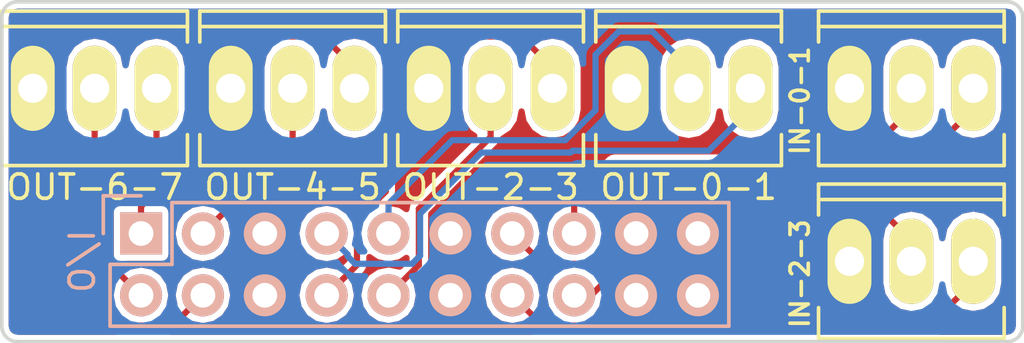
<source format=kicad_pcb>
(kicad_pcb (version 4) (host pcbnew 4.0.7)

  (general
    (links 25)
    (no_connects 0)
    (area 117.145999 76.124999 159.460001 93.077)
    (thickness 1.6)
    (drawings 8)
    (tracks 80)
    (zones 0)
    (modules 7)
    (nets 14)
  )

  (page A4)
  (layers
    (0 F.Cu signal)
    (31 B.Cu signal)
    (32 B.Adhes user)
    (34 B.Paste user)
    (35 F.Paste user)
    (36 B.SilkS user)
    (37 F.SilkS user)
    (38 B.Mask user)
    (39 F.Mask user)
    (44 Edge.Cuts user)
  )

  (setup
    (last_trace_width 0.254)
    (user_trace_width 0.254)
    (user_trace_width 1.27)
    (trace_clearance 0.254)
    (zone_clearance 0.2032)
    (zone_45_only no)
    (trace_min 0.254)
    (segment_width 0.2)
    (edge_width 0.15)
    (via_size 0.889)
    (via_drill 0.508)
    (via_min_size 0.889)
    (via_min_drill 0.508)
    (uvia_size 0.3)
    (uvia_drill 0.1)
    (uvias_allowed no)
    (uvia_min_size 0.2)
    (uvia_min_drill 0.1)
    (pcb_text_width 0.3)
    (pcb_text_size 1.5 1.5)
    (mod_edge_width 0.15)
    (mod_text_size 1 1)
    (mod_text_width 0.15)
    (pad_size 1.524 1.524)
    (pad_drill 0.762)
    (pad_to_mask_clearance 0)
    (pad_to_paste_clearance 0.0762)
    (aux_axis_origin 117.475 90.17)
    (grid_origin 117.475 90.17)
    (visible_elements 7FFFEFFF)
    (pcbplotparams
      (layerselection 0x010f0_80000001)
      (usegerberextensions true)
      (excludeedgelayer true)
      (linewidth 0.100000)
      (plotframeref false)
      (viasonmask false)
      (mode 1)
      (useauxorigin false)
      (hpglpennumber 1)
      (hpglpenspeed 20)
      (hpglpendiameter 15)
      (hpglpenoverlay 2)
      (psnegative false)
      (psa4output false)
      (plotreference true)
      (plotvalue false)
      (plotinvisibletext false)
      (padsonsilk false)
      (subtractmaskfromsilk false)
      (outputformat 1)
      (mirror false)
      (drillshape 0)
      (scaleselection 1)
      (outputdirectory GerberRev-C-3))
  )

  (net 0 "")
  (net 1 GND)
  (net 2 "Net-(OUT-4-5-Pad3)")
  (net 3 "Net-(OUT-6-7-Pad3)")
  (net 4 "Net-(OUT-4-5-Pad2)")
  (net 5 "Net-(OUT-6-7-Pad2)")
  (net 6 "Net-(OUT-0-1-Pad3)")
  (net 7 "Net-(OUT-2-3-Pad3)")
  (net 8 "Net-(OUT-0-1-Pad2)")
  (net 9 "Net-(OUT-2-3-Pad2)")
  (net 10 "Net-(IN-0-1-Pad3)")
  (net 11 "Net-(IN-2-3-Pad3)")
  (net 12 "Net-(IN-0-1-Pad2)")
  (net 13 "Net-(IN-2-3-Pad2)")

  (net_class Default "This is the default net class."
    (clearance 0.254)
    (trace_width 0.254)
    (via_dia 0.889)
    (via_drill 0.508)
    (uvia_dia 0.3)
    (uvia_drill 0.1)
    (add_net GND)
    (add_net "Net-(IN-0-1-Pad2)")
    (add_net "Net-(IN-0-1-Pad3)")
    (add_net "Net-(IN-2-3-Pad2)")
    (add_net "Net-(IN-2-3-Pad3)")
    (add_net "Net-(OUT-0-1-Pad2)")
    (add_net "Net-(OUT-0-1-Pad3)")
    (add_net "Net-(OUT-2-3-Pad2)")
    (add_net "Net-(OUT-2-3-Pad3)")
    (add_net "Net-(OUT-4-5-Pad2)")
    (add_net "Net-(OUT-4-5-Pad3)")
    (add_net "Net-(OUT-6-7-Pad2)")
    (add_net "Net-(OUT-6-7-Pad3)")
  )

  (module Sockets_MOLEX_KK-System:Socket_MOLEX-KK-RM2-54mm_Lock_3pin_straight (layer F.Cu) (tedit 5A37EF92) (tstamp 59805A8A)
    (at 154.813 79.756)
    (descr "Socket, MOLEX, KK, RM 2.54mm, Lock, 3pin, straight,")
    (tags "Socket, MOLEX, KK, RM 2.54mm, Lock, 3pin, straight,")
    (path /596C9EF9)
    (fp_text reference IN-0-1 (at -4.572 0.508 90) (layer F.SilkS)
      (effects (font (size 0.75 0.75) (thickness 0.15)))
    )
    (fp_text value ~ (at 0 5.08) (layer F.Fab)
      (effects (font (size 1 1) (thickness 0.15)))
    )
    (fp_line (start 3.81 -2.54) (end -3.81 -2.54) (layer F.SilkS) (width 0.15))
    (fp_line (start 3.81 1.905) (end 3.81 3.175) (layer F.SilkS) (width 0.15))
    (fp_line (start -3.81 -1.905) (end -3.81 -3.175) (layer F.SilkS) (width 0.15))
    (fp_line (start -3.81 -3.175) (end 3.81 -3.175) (layer F.SilkS) (width 0.15))
    (fp_line (start 3.81 -3.175) (end 3.81 -1.905) (layer F.SilkS) (width 0.15))
    (fp_line (start 3.81 3.175) (end -3.81 3.175) (layer F.SilkS) (width 0.15))
    (fp_line (start -3.81 3.175) (end -3.81 1.905) (layer F.SilkS) (width 0.15))
    (pad 1 thru_hole oval (at -2.54 0) (size 1.80086 3.50012) (drill 1.19888) (layers *.Cu *.Mask F.SilkS)
      (net 1 GND))
    (pad 2 thru_hole oval (at 0 0) (size 1.80086 3.50012) (drill 1.19888) (layers *.Cu *.Mask F.SilkS)
      (net 12 "Net-(IN-0-1-Pad2)"))
    (pad 3 thru_hole oval (at 2.54 0) (size 1.80086 3.50012) (drill 1.19888) (layers *.Cu *.Mask F.SilkS)
      (net 10 "Net-(IN-0-1-Pad3)"))
  )

  (module Sockets_MOLEX_KK-System:Socket_MOLEX-KK-RM2-54mm_Lock_3pin_straight (layer F.Cu) (tedit 5A37ED90) (tstamp 59805A98)
    (at 154.813 86.868)
    (descr "Socket, MOLEX, KK, RM 2.54mm, Lock, 3pin, straight,")
    (tags "Socket, MOLEX, KK, RM 2.54mm, Lock, 3pin, straight,")
    (path /596C9E61)
    (fp_text reference IN-2-3 (at -4.572 0.508 90) (layer F.SilkS)
      (effects (font (size 0.75 0.75) (thickness 0.15)))
    )
    (fp_text value ~ (at 0 5.08) (layer F.Fab)
      (effects (font (size 1 1) (thickness 0.15)))
    )
    (fp_line (start 3.81 -2.54) (end -3.81 -2.54) (layer F.SilkS) (width 0.15))
    (fp_line (start 3.81 1.905) (end 3.81 3.175) (layer F.SilkS) (width 0.15))
    (fp_line (start -3.81 -1.905) (end -3.81 -3.175) (layer F.SilkS) (width 0.15))
    (fp_line (start -3.81 -3.175) (end 3.81 -3.175) (layer F.SilkS) (width 0.15))
    (fp_line (start 3.81 -3.175) (end 3.81 -1.905) (layer F.SilkS) (width 0.15))
    (fp_line (start 3.81 3.175) (end -3.81 3.175) (layer F.SilkS) (width 0.15))
    (fp_line (start -3.81 3.175) (end -3.81 1.905) (layer F.SilkS) (width 0.15))
    (pad 1 thru_hole oval (at -2.54 0) (size 1.80086 3.50012) (drill 1.19888) (layers *.Cu *.Mask F.SilkS)
      (net 1 GND))
    (pad 2 thru_hole oval (at 0 0) (size 1.80086 3.50012) (drill 1.19888) (layers *.Cu *.Mask F.SilkS)
      (net 13 "Net-(IN-2-3-Pad2)"))
    (pad 3 thru_hole oval (at 2.54 0) (size 1.80086 3.50012) (drill 1.19888) (layers *.Cu *.Mask F.SilkS)
      (net 11 "Net-(IN-2-3-Pad3)"))
  )

  (module Sockets_MOLEX_KK-System:Socket_MOLEX-KK-RM2-54mm_Lock_3pin_straight (layer F.Cu) (tedit 5A37EB95) (tstamp 59805AA6)
    (at 145.669 79.756)
    (descr "Socket, MOLEX, KK, RM 2.54mm, Lock, 3pin, straight,")
    (tags "Socket, MOLEX, KK, RM 2.54mm, Lock, 3pin, straight,")
    (path /596CA043)
    (fp_text reference OUT-0-1 (at 0 4.064) (layer F.SilkS)
      (effects (font (size 1 1) (thickness 0.15)))
    )
    (fp_text value ~ (at 0 5.08) (layer F.Fab)
      (effects (font (size 1 1) (thickness 0.15)))
    )
    (fp_line (start 3.81 -2.54) (end -3.81 -2.54) (layer F.SilkS) (width 0.15))
    (fp_line (start 3.81 1.905) (end 3.81 3.175) (layer F.SilkS) (width 0.15))
    (fp_line (start -3.81 -1.905) (end -3.81 -3.175) (layer F.SilkS) (width 0.15))
    (fp_line (start -3.81 -3.175) (end 3.81 -3.175) (layer F.SilkS) (width 0.15))
    (fp_line (start 3.81 -3.175) (end 3.81 -1.905) (layer F.SilkS) (width 0.15))
    (fp_line (start 3.81 3.175) (end -3.81 3.175) (layer F.SilkS) (width 0.15))
    (fp_line (start -3.81 3.175) (end -3.81 1.905) (layer F.SilkS) (width 0.15))
    (pad 1 thru_hole oval (at -2.54 0) (size 1.80086 3.50012) (drill 1.19888) (layers *.Cu *.Mask F.SilkS)
      (net 1 GND))
    (pad 2 thru_hole oval (at 0 0) (size 1.80086 3.50012) (drill 1.19888) (layers *.Cu *.Mask F.SilkS)
      (net 8 "Net-(OUT-0-1-Pad2)"))
    (pad 3 thru_hole oval (at 2.54 0) (size 1.80086 3.50012) (drill 1.19888) (layers *.Cu *.Mask F.SilkS)
      (net 6 "Net-(OUT-0-1-Pad3)"))
  )

  (module Sockets_MOLEX_KK-System:Socket_MOLEX-KK-RM2-54mm_Lock_3pin_straight (layer F.Cu) (tedit 5A37EB85) (tstamp 59805AB4)
    (at 137.541 79.756)
    (descr "Socket, MOLEX, KK, RM 2.54mm, Lock, 3pin, straight,")
    (tags "Socket, MOLEX, KK, RM 2.54mm, Lock, 3pin, straight,")
    (path /596C9F7B)
    (fp_text reference OUT-2-3 (at 0 4.064) (layer F.SilkS)
      (effects (font (size 1 1) (thickness 0.15)))
    )
    (fp_text value ~ (at 0 5.08) (layer F.Fab)
      (effects (font (size 1 1) (thickness 0.15)))
    )
    (fp_line (start 3.81 -2.54) (end -3.81 -2.54) (layer F.SilkS) (width 0.15))
    (fp_line (start 3.81 1.905) (end 3.81 3.175) (layer F.SilkS) (width 0.15))
    (fp_line (start -3.81 -1.905) (end -3.81 -3.175) (layer F.SilkS) (width 0.15))
    (fp_line (start -3.81 -3.175) (end 3.81 -3.175) (layer F.SilkS) (width 0.15))
    (fp_line (start 3.81 -3.175) (end 3.81 -1.905) (layer F.SilkS) (width 0.15))
    (fp_line (start 3.81 3.175) (end -3.81 3.175) (layer F.SilkS) (width 0.15))
    (fp_line (start -3.81 3.175) (end -3.81 1.905) (layer F.SilkS) (width 0.15))
    (pad 1 thru_hole oval (at -2.54 0) (size 1.80086 3.50012) (drill 1.19888) (layers *.Cu *.Mask F.SilkS)
      (net 1 GND))
    (pad 2 thru_hole oval (at 0 0) (size 1.80086 3.50012) (drill 1.19888) (layers *.Cu *.Mask F.SilkS)
      (net 9 "Net-(OUT-2-3-Pad2)"))
    (pad 3 thru_hole oval (at 2.54 0) (size 1.80086 3.50012) (drill 1.19888) (layers *.Cu *.Mask F.SilkS)
      (net 7 "Net-(OUT-2-3-Pad3)"))
  )

  (module Sockets_MOLEX_KK-System:Socket_MOLEX-KK-RM2-54mm_Lock_3pin_straight (layer F.Cu) (tedit 5A37EB7E) (tstamp 59805AC2)
    (at 129.413 79.756)
    (descr "Socket, MOLEX, KK, RM 2.54mm, Lock, 3pin, straight,")
    (tags "Socket, MOLEX, KK, RM 2.54mm, Lock, 3pin, straight,")
    (path /596CA07F)
    (fp_text reference OUT-4-5 (at 0 4.064 180) (layer F.SilkS)
      (effects (font (size 1 1) (thickness 0.15)))
    )
    (fp_text value ~ (at 0 5.08) (layer F.Fab)
      (effects (font (size 1 1) (thickness 0.15)))
    )
    (fp_line (start 3.81 -2.54) (end -3.81 -2.54) (layer F.SilkS) (width 0.15))
    (fp_line (start 3.81 1.905) (end 3.81 3.175) (layer F.SilkS) (width 0.15))
    (fp_line (start -3.81 -1.905) (end -3.81 -3.175) (layer F.SilkS) (width 0.15))
    (fp_line (start -3.81 -3.175) (end 3.81 -3.175) (layer F.SilkS) (width 0.15))
    (fp_line (start 3.81 -3.175) (end 3.81 -1.905) (layer F.SilkS) (width 0.15))
    (fp_line (start 3.81 3.175) (end -3.81 3.175) (layer F.SilkS) (width 0.15))
    (fp_line (start -3.81 3.175) (end -3.81 1.905) (layer F.SilkS) (width 0.15))
    (pad 1 thru_hole oval (at -2.54 0) (size 1.80086 3.50012) (drill 1.19888) (layers *.Cu *.Mask F.SilkS)
      (net 1 GND))
    (pad 2 thru_hole oval (at 0 0) (size 1.80086 3.50012) (drill 1.19888) (layers *.Cu *.Mask F.SilkS)
      (net 4 "Net-(OUT-4-5-Pad2)"))
    (pad 3 thru_hole oval (at 2.54 0) (size 1.80086 3.50012) (drill 1.19888) (layers *.Cu *.Mask F.SilkS)
      (net 2 "Net-(OUT-4-5-Pad3)"))
  )

  (module Sockets_MOLEX_KK-System:Socket_MOLEX-KK-RM2-54mm_Lock_3pin_straight (layer F.Cu) (tedit 5A37EB72) (tstamp 59805AD0)
    (at 121.285 79.756)
    (descr "Socket, MOLEX, KK, RM 2.54mm, Lock, 3pin, straight,")
    (tags "Socket, MOLEX, KK, RM 2.54mm, Lock, 3pin, straight,")
    (path /596C9FAD)
    (fp_text reference OUT-6-7 (at 0 4.064) (layer F.SilkS)
      (effects (font (size 1 1) (thickness 0.15)))
    )
    (fp_text value ~ (at 0 5.08) (layer F.Fab)
      (effects (font (size 1 1) (thickness 0.15)))
    )
    (fp_line (start 3.81 -2.54) (end -3.81 -2.54) (layer F.SilkS) (width 0.15))
    (fp_line (start 3.81 1.905) (end 3.81 3.175) (layer F.SilkS) (width 0.15))
    (fp_line (start -3.81 -1.905) (end -3.81 -3.175) (layer F.SilkS) (width 0.15))
    (fp_line (start -3.81 -3.175) (end 3.81 -3.175) (layer F.SilkS) (width 0.15))
    (fp_line (start 3.81 -3.175) (end 3.81 -1.905) (layer F.SilkS) (width 0.15))
    (fp_line (start 3.81 3.175) (end -3.81 3.175) (layer F.SilkS) (width 0.15))
    (fp_line (start -3.81 3.175) (end -3.81 1.905) (layer F.SilkS) (width 0.15))
    (pad 1 thru_hole oval (at -2.54 0) (size 1.80086 3.50012) (drill 1.19888) (layers *.Cu *.Mask F.SilkS)
      (net 1 GND))
    (pad 2 thru_hole oval (at 0 0) (size 1.80086 3.50012) (drill 1.19888) (layers *.Cu *.Mask F.SilkS)
      (net 5 "Net-(OUT-6-7-Pad2)"))
    (pad 3 thru_hole oval (at 2.54 0) (size 1.80086 3.50012) (drill 1.19888) (layers *.Cu *.Mask F.SilkS)
      (net 3 "Net-(OUT-6-7-Pad3)"))
  )

  (module Pin_Headers:Pin_Header_Straight_2x10 (layer B.Cu) (tedit 5A37ECF0) (tstamp 5A379680)
    (at 123.19 85.725 270)
    (descr "Through hole pin header")
    (tags "pin header")
    (path /596CA4D0)
    (fp_text reference I/O (at 1.143 2.413 270) (layer B.SilkS)
      (effects (font (size 1 1) (thickness 0.15)) (justify mirror))
    )
    (fp_text value ~ (at 0 3.1 270) (layer B.Fab)
      (effects (font (size 1 1) (thickness 0.15)) (justify mirror))
    )
    (fp_line (start -1.75 1.75) (end -1.75 -24.65) (layer B.CrtYd) (width 0.05))
    (fp_line (start 4.3 1.75) (end 4.3 -24.65) (layer B.CrtYd) (width 0.05))
    (fp_line (start -1.75 1.75) (end 4.3 1.75) (layer B.CrtYd) (width 0.05))
    (fp_line (start -1.75 -24.65) (end 4.3 -24.65) (layer B.CrtYd) (width 0.05))
    (fp_line (start 3.81 -24.13) (end 3.81 1.27) (layer B.SilkS) (width 0.15))
    (fp_line (start -1.27 -1.27) (end -1.27 -24.13) (layer B.SilkS) (width 0.15))
    (fp_line (start 3.81 -24.13) (end -1.27 -24.13) (layer B.SilkS) (width 0.15))
    (fp_line (start 3.81 1.27) (end 1.27 1.27) (layer B.SilkS) (width 0.15))
    (fp_line (start 0 1.55) (end -1.55 1.55) (layer B.SilkS) (width 0.15))
    (fp_line (start 1.27 1.27) (end 1.27 -1.27) (layer B.SilkS) (width 0.15))
    (fp_line (start 1.27 -1.27) (end -1.27 -1.27) (layer B.SilkS) (width 0.15))
    (fp_line (start -1.55 1.55) (end -1.55 0) (layer B.SilkS) (width 0.15))
    (pad 1 thru_hole rect (at 0 0 270) (size 1.7272 1.7272) (drill 1.016) (layers *.Cu *.Mask B.SilkS)
      (net 2 "Net-(OUT-4-5-Pad3)"))
    (pad 2 thru_hole oval (at 2.54 0 270) (size 1.7272 1.7272) (drill 1.016) (layers *.Cu *.Mask B.SilkS)
      (net 3 "Net-(OUT-6-7-Pad3)"))
    (pad 3 thru_hole oval (at 0 -2.54 270) (size 1.7272 1.7272) (drill 1.016) (layers *.Cu *.Mask B.SilkS)
      (net 4 "Net-(OUT-4-5-Pad2)"))
    (pad 4 thru_hole oval (at 2.54 -2.54 270) (size 1.7272 1.7272) (drill 1.016) (layers *.Cu *.Mask B.SilkS)
      (net 5 "Net-(OUT-6-7-Pad2)"))
    (pad 5 thru_hole oval (at 0 -5.08 270) (size 1.7272 1.7272) (drill 1.016) (layers *.Cu *.Mask B.SilkS)
      (net 1 GND))
    (pad 6 thru_hole oval (at 2.54 -5.08 270) (size 1.7272 1.7272) (drill 1.016) (layers *.Cu *.Mask B.SilkS)
      (net 1 GND))
    (pad 7 thru_hole oval (at 0 -7.62 270) (size 1.7272 1.7272) (drill 1.016) (layers *.Cu *.Mask B.SilkS)
      (net 6 "Net-(OUT-0-1-Pad3)"))
    (pad 8 thru_hole oval (at 2.54 -7.62 270) (size 1.7272 1.7272) (drill 1.016) (layers *.Cu *.Mask B.SilkS)
      (net 7 "Net-(OUT-2-3-Pad3)"))
    (pad 9 thru_hole oval (at 0 -10.16 270) (size 1.7272 1.7272) (drill 1.016) (layers *.Cu *.Mask B.SilkS)
      (net 8 "Net-(OUT-0-1-Pad2)"))
    (pad 10 thru_hole oval (at 2.54 -10.16 270) (size 1.7272 1.7272) (drill 1.016) (layers *.Cu *.Mask B.SilkS)
      (net 9 "Net-(OUT-2-3-Pad2)"))
    (pad 11 thru_hole oval (at 0 -12.7 270) (size 1.7272 1.7272) (drill 1.016) (layers *.Cu *.Mask B.SilkS)
      (net 1 GND))
    (pad 12 thru_hole oval (at 2.54 -12.7 270) (size 1.7272 1.7272) (drill 1.016) (layers *.Cu *.Mask B.SilkS)
      (net 1 GND))
    (pad 13 thru_hole oval (at 0 -15.24 270) (size 1.7272 1.7272) (drill 1.016) (layers *.Cu *.Mask B.SilkS)
      (net 10 "Net-(IN-0-1-Pad3)"))
    (pad 14 thru_hole oval (at 2.54 -15.24 270) (size 1.7272 1.7272) (drill 1.016) (layers *.Cu *.Mask B.SilkS)
      (net 11 "Net-(IN-2-3-Pad3)"))
    (pad 15 thru_hole oval (at 0 -17.78 270) (size 1.7272 1.7272) (drill 1.016) (layers *.Cu *.Mask B.SilkS)
      (net 12 "Net-(IN-0-1-Pad2)"))
    (pad 16 thru_hole oval (at 2.54 -17.78 270) (size 1.7272 1.7272) (drill 1.016) (layers *.Cu *.Mask B.SilkS)
      (net 13 "Net-(IN-2-3-Pad2)"))
    (pad 17 thru_hole oval (at 0 -20.32 270) (size 1.7272 1.7272) (drill 1.016) (layers *.Cu *.Mask B.SilkS)
      (net 1 GND))
    (pad 18 thru_hole oval (at 2.54 -20.32 270) (size 1.7272 1.7272) (drill 1.016) (layers *.Cu *.Mask B.SilkS)
      (net 1 GND))
    (pad 19 thru_hole oval (at 0 -22.86 270) (size 1.7272 1.7272) (drill 1.016) (layers *.Cu *.Mask B.SilkS)
      (net 1 GND))
    (pad 20 thru_hole oval (at 2.54 -22.86 270) (size 1.7272 1.7272) (drill 1.016) (layers *.Cu *.Mask B.SilkS)
      (net 1 GND))
    (model Pin_Headers.3dshapes/Pin_Header_Straight_2x10.wrl
      (at (xyz 0.05 -0.45 0))
      (scale (xyz 1 1 1))
      (rotate (xyz 0 0 90))
    )
  )

  (gr_arc (start 118.11 89.535) (end 118.11 90.17) (angle 90) (layer Edge.Cuts) (width 0.15))
  (gr_arc (start 158.75 89.535) (end 159.385 89.535) (angle 90) (layer Edge.Cuts) (width 0.15))
  (gr_arc (start 158.75 76.835) (end 158.75 76.2) (angle 90) (layer Edge.Cuts) (width 0.15))
  (gr_arc (start 118.11 76.835) (end 117.475 76.835) (angle 90) (layer Edge.Cuts) (width 0.15))
  (gr_line (start 158.75 76.2) (end 118.11 76.2) (angle 90) (layer Edge.Cuts) (width 0.15))
  (gr_line (start 159.385 89.535) (end 159.385 76.835) (angle 90) (layer Edge.Cuts) (width 0.15))
  (gr_line (start 118.11 90.17) (end 158.75 90.17) (angle 90) (layer Edge.Cuts) (width 0.15))
  (gr_line (start 117.475 89.535) (end 117.475 76.835) (angle 90) (layer Edge.Cuts) (width 0.15))

  (segment (start 123.19 85.725) (end 123.19 84.6074) (width 0.254) (layer F.Cu) (net 2))
  (segment (start 123.19 84.6074) (end 123.444 84.3534) (width 0.254) (layer F.Cu) (net 2))
  (segment (start 123.444 84.3534) (end 123.9012 84.3534) (width 0.254) (layer F.Cu) (net 2))
  (segment (start 123.9012 84.3534) (end 125.59156 82.66304) (width 0.254) (layer F.Cu) (net 2))
  (segment (start 125.59156 82.66304) (end 125.59156 77.96404) (width 0.254) (layer F.Cu) (net 2))
  (segment (start 125.59156 77.96404) (end 125.93067 77.62493) (width 0.254) (layer F.Cu) (net 2))
  (segment (start 125.93067 77.62493) (end 130.67156 77.62493) (width 0.254) (layer F.Cu) (net 2))
  (segment (start 130.67156 77.62493) (end 131.953 78.90637) (width 0.254) (layer F.Cu) (net 2))
  (segment (start 131.953 78.90637) (end 131.953 79.756) (width 0.254) (layer F.Cu) (net 2))
  (segment (start 121.945399 84.302601) (end 123.825 82.423) (width 0.254) (layer F.Cu) (net 3))
  (segment (start 123.825 82.423) (end 123.825 79.756) (width 0.254) (layer F.Cu) (net 3))
  (segment (start 123.19 88.265) (end 121.945399 87.020399) (width 0.254) (layer F.Cu) (net 3))
  (segment (start 121.945399 87.020399) (end 121.945399 84.302601) (width 0.254) (layer F.Cu) (net 3))
  (segment (start 125.73 85.725) (end 129.413 82.042) (width 0.254) (layer F.Cu) (net 4))
  (segment (start 129.413 82.042) (end 129.413 79.756) (width 0.254) (layer F.Cu) (net 4))
  (segment (start 125.73 88.265) (end 124.866401 89.128599) (width 0.254) (layer F.Cu) (net 5))
  (segment (start 124.866401 89.128599) (end 124.333001 89.128599) (width 0.254) (layer F.Cu) (net 5))
  (segment (start 124.333001 89.128599) (end 123.951999 89.509601) (width 0.254) (layer F.Cu) (net 5))
  (segment (start 123.951999 89.509601) (end 122.592591 89.509601) (width 0.254) (layer F.Cu) (net 5))
  (segment (start 122.592591 89.509601) (end 121.285 88.20201) (width 0.254) (layer F.Cu) (net 5))
  (segment (start 121.285 88.20201) (end 121.285 79.756) (width 0.254) (layer F.Cu) (net 5))
  (segment (start 140.895893 82.3214) (end 146.49323 82.3214) (width 0.254) (layer B.Cu) (net 6))
  (segment (start 146.49323 82.3214) (end 148.209 80.60563) (width 0.254) (layer B.Cu) (net 6))
  (segment (start 148.209 80.60563) (end 148.209 79.756) (width 0.254) (layer B.Cu) (net 6))
  (segment (start 137.159999 82.397599) (end 140.819694 82.397599) (width 0.254) (layer B.Cu) (net 6))
  (segment (start 140.819694 82.397599) (end 140.895893 82.3214) (width 0.254) (layer B.Cu) (net 6))
  (segment (start 134.645399 84.912199) (end 137.159999 82.397599) (width 0.254) (layer B.Cu) (net 6))
  (segment (start 134.315199 86.969601) (end 134.645399 86.639401) (width 0.254) (layer B.Cu) (net 6))
  (segment (start 134.645399 86.639401) (end 134.645399 84.912199) (width 0.254) (layer B.Cu) (net 6))
  (segment (start 131.673599 86.664799) (end 131.978401 86.969601) (width 0.254) (layer B.Cu) (net 6))
  (segment (start 131.978401 86.969601) (end 134.315199 86.969601) (width 0.254) (layer B.Cu) (net 6))
  (segment (start 130.81 85.725) (end 131.673599 86.588599) (width 0.254) (layer B.Cu) (net 6))
  (segment (start 131.673599 86.588599) (end 131.673599 86.664799) (width 0.254) (layer B.Cu) (net 6))
  (segment (start 133.77927 77.62493) (end 133.23444 78.16976) (width 0.254) (layer F.Cu) (net 7))
  (segment (start 133.23444 78.16976) (end 133.23444 83.99855) (width 0.254) (layer F.Cu) (net 7))
  (segment (start 132.054601 87.020399) (end 131.673599 87.401401) (width 0.254) (layer F.Cu) (net 7))
  (segment (start 133.23444 83.99855) (end 132.054601 85.178389) (width 0.254) (layer F.Cu) (net 7))
  (segment (start 132.054601 85.178389) (end 132.054601 87.020399) (width 0.254) (layer F.Cu) (net 7))
  (segment (start 131.673599 87.401401) (end 130.81 88.265) (width 0.254) (layer F.Cu) (net 7))
  (segment (start 140.081 79.756) (end 140.081 78.90637) (width 0.254) (layer F.Cu) (net 7))
  (segment (start 140.081 78.90637) (end 138.79956 77.62493) (width 0.254) (layer F.Cu) (net 7))
  (segment (start 138.79956 77.62493) (end 133.77927 77.62493) (width 0.254) (layer F.Cu) (net 7))
  (segment (start 144.18183 77.4192) (end 145.669 78.90637) (width 0.254) (layer B.Cu) (net 8))
  (segment (start 142.803941 77.4192) (end 144.18183 77.4192) (width 0.254) (layer B.Cu) (net 8))
  (segment (start 141.84756 80.651299) (end 141.84756 78.375581) (width 0.254) (layer B.Cu) (net 8))
  (segment (start 140.60927 81.889589) (end 141.84756 80.651299) (width 0.254) (layer B.Cu) (net 8))
  (segment (start 145.669 78.90637) (end 145.669 79.756) (width 0.254) (layer B.Cu) (net 8))
  (segment (start 141.84756 78.375581) (end 142.803941 77.4192) (width 0.254) (layer B.Cu) (net 8))
  (segment (start 135.964097 81.889589) (end 140.60927 81.889589) (width 0.254) (layer B.Cu) (net 8))
  (segment (start 133.35 85.725) (end 133.35 84.503686) (width 0.254) (layer B.Cu) (net 8))
  (segment (start 133.35 84.503686) (end 135.964097 81.889589) (width 0.254) (layer B.Cu) (net 8))
  (segment (start 137.541 79.756) (end 137.541 81.76006) (width 0.254) (layer F.Cu) (net 9))
  (segment (start 137.541 81.76006) (end 134.594601 84.706459) (width 0.254) (layer F.Cu) (net 9))
  (segment (start 134.594601 87.020399) (end 134.213599 87.401401) (width 0.254) (layer F.Cu) (net 9))
  (segment (start 134.594601 84.706459) (end 134.594601 87.020399) (width 0.254) (layer F.Cu) (net 9))
  (segment (start 134.213599 87.401401) (end 133.35 88.265) (width 0.254) (layer F.Cu) (net 9))
  (segment (start 143.586198 83.3628) (end 154.59583 83.3628) (width 0.254) (layer F.Cu) (net 10))
  (segment (start 154.59583 83.3628) (end 157.353 80.60563) (width 0.254) (layer F.Cu) (net 10))
  (segment (start 157.353 80.60563) (end 157.353 79.756) (width 0.254) (layer F.Cu) (net 10))
  (segment (start 142.265399 84.683599) (end 143.586198 83.3628) (width 0.254) (layer F.Cu) (net 10))
  (segment (start 141.681199 86.969601) (end 142.265399 86.385401) (width 0.254) (layer F.Cu) (net 10))
  (segment (start 142.265399 86.385401) (end 142.265399 84.683599) (width 0.254) (layer F.Cu) (net 10))
  (segment (start 138.43 85.725) (end 139.674601 86.969601) (width 0.254) (layer F.Cu) (net 10))
  (segment (start 139.674601 86.969601) (end 141.681199 86.969601) (width 0.254) (layer F.Cu) (net 10))
  (segment (start 138.43 88.265) (end 139.674601 89.509601) (width 0.254) (layer F.Cu) (net 11))
  (segment (start 139.674601 89.509601) (end 155.561029 89.509601) (width 0.254) (layer F.Cu) (net 11))
  (segment (start 155.561029 89.509601) (end 157.353 87.71763) (width 0.254) (layer F.Cu) (net 11))
  (segment (start 157.353 87.71763) (end 157.353 86.868) (width 0.254) (layer F.Cu) (net 11))
  (segment (start 154.813 80.60563) (end 154.813 79.756) (width 0.254) (layer F.Cu) (net 12))
  (segment (start 152.563841 82.854789) (end 154.813 80.60563) (width 0.254) (layer F.Cu) (net 12))
  (segment (start 142.618897 82.854789) (end 152.563841 82.854789) (width 0.254) (layer F.Cu) (net 12))
  (segment (start 140.97 84.503686) (end 142.618897 82.854789) (width 0.254) (layer F.Cu) (net 12))
  (segment (start 140.97 85.725) (end 140.97 84.503686) (width 0.254) (layer F.Cu) (net 12))
  (segment (start 149.326599 86.969601) (end 151.55927 84.73693) (width 0.254) (layer F.Cu) (net 13))
  (segment (start 151.55927 84.73693) (end 153.53156 84.73693) (width 0.254) (layer F.Cu) (net 13))
  (segment (start 153.53156 84.73693) (end 154.813 86.01837) (width 0.254) (layer F.Cu) (net 13))
  (segment (start 154.813 86.01837) (end 154.813 86.868) (width 0.254) (layer F.Cu) (net 13))
  (segment (start 140.97 88.265) (end 141.66799 88.265) (width 0.254) (layer F.Cu) (net 13))
  (segment (start 141.66799 88.265) (end 142.963389 86.969601) (width 0.254) (layer F.Cu) (net 13))
  (segment (start 142.963389 86.969601) (end 149.326599 86.969601) (width 0.254) (layer F.Cu) (net 13))

  (zone (net 1) (net_name GND) (layer F.Cu) (tstamp 0) (hatch edge 0.508)
    (connect_pads yes (clearance 0.2032))
    (min_thickness 0.254)
    (fill yes (arc_segments 16) (thermal_gap 0.508) (thermal_bridge_width 0.508))
    (polygon
      (pts
        (xy 118.11 76.2) (xy 117.475 76.835) (xy 117.475 89.535) (xy 118.11 90.17) (xy 158.75 90.17)
        (xy 159.385 89.535) (xy 159.385 76.835) (xy 158.75 76.2)
      )
    )
    (filled_polygon
      (pts
        (xy 158.834903 76.630026) (xy 158.90688 76.67812) (xy 158.954974 76.750097) (xy 158.9798 76.874907) (xy 158.9798 89.495093)
        (xy 158.954974 89.619903) (xy 158.90688 89.69188) (xy 158.834903 89.739974) (xy 158.710093 89.7648) (xy 156.02425 89.7648)
        (xy 156.852526 88.936524) (xy 156.862618 88.943267) (xy 157.353 89.04081) (xy 157.843382 88.943267) (xy 158.259108 88.665488)
        (xy 158.536887 88.249762) (xy 158.63443 87.75938) (xy 158.63443 85.97662) (xy 158.536887 85.486238) (xy 158.259108 85.070512)
        (xy 157.843382 84.792733) (xy 157.353 84.69519) (xy 156.862618 84.792733) (xy 156.446892 85.070512) (xy 156.169113 85.486238)
        (xy 156.083 85.919157) (xy 155.996887 85.486238) (xy 155.719108 85.070512) (xy 155.303382 84.792733) (xy 154.813 84.69519)
        (xy 154.322618 84.792733) (xy 154.312526 84.799476) (xy 153.89077 84.37772) (xy 153.725963 84.267599) (xy 153.53156 84.22893)
        (xy 151.55927 84.22893) (xy 151.364867 84.267599) (xy 151.20006 84.377719) (xy 149.116179 86.461601) (xy 142.963389 86.461601)
        (xy 142.768986 86.50027) (xy 142.747724 86.514477) (xy 142.773399 86.385401) (xy 142.773399 84.894019) (xy 143.796618 83.8708)
        (xy 154.59583 83.8708) (xy 154.790233 83.832131) (xy 154.95504 83.72201) (xy 156.852526 81.824524) (xy 156.862618 81.831267)
        (xy 157.353 81.92881) (xy 157.843382 81.831267) (xy 158.259108 81.553488) (xy 158.536887 81.137762) (xy 158.63443 80.64738)
        (xy 158.63443 78.86462) (xy 158.536887 78.374238) (xy 158.259108 77.958512) (xy 157.843382 77.680733) (xy 157.353 77.58319)
        (xy 156.862618 77.680733) (xy 156.446892 77.958512) (xy 156.169113 78.374238) (xy 156.083 78.807157) (xy 155.996887 78.374238)
        (xy 155.719108 77.958512) (xy 155.303382 77.680733) (xy 154.813 77.58319) (xy 154.322618 77.680733) (xy 153.906892 77.958512)
        (xy 153.629113 78.374238) (xy 153.53157 78.86462) (xy 153.53157 80.64738) (xy 153.618053 81.082157) (xy 152.353421 82.346789)
        (xy 142.618897 82.346789) (xy 142.424494 82.385458) (xy 142.259687 82.495578) (xy 140.61079 84.144476) (xy 140.500669 84.309283)
        (xy 140.462 84.503686) (xy 140.462 84.571946) (xy 140.089935 84.820552) (xy 139.82014 85.224329) (xy 139.7254 85.700617)
        (xy 139.7254 85.749383) (xy 139.82014 86.225671) (xy 139.977783 86.461601) (xy 139.885022 86.461601) (xy 139.591346 86.167926)
        (xy 139.6746 85.749383) (xy 139.6746 85.700617) (xy 139.57986 85.224329) (xy 139.310065 84.820552) (xy 138.906288 84.550757)
        (xy 138.43 84.456017) (xy 137.953712 84.550757) (xy 137.549935 84.820552) (xy 137.28014 85.224329) (xy 137.1854 85.700617)
        (xy 137.1854 85.749383) (xy 137.28014 86.225671) (xy 137.549935 86.629448) (xy 137.953712 86.899243) (xy 138.43 86.993983)
        (xy 138.889218 86.902638) (xy 139.315391 87.328812) (xy 139.424029 87.401401) (xy 139.480198 87.438932) (xy 139.674601 87.477601)
        (xy 140.011725 87.477601) (xy 139.82014 87.764329) (xy 139.7254 88.240617) (xy 139.7254 88.289383) (xy 139.82014 88.765671)
        (xy 139.977783 89.001601) (xy 139.885022 89.001601) (xy 139.591346 88.707926) (xy 139.6746 88.289383) (xy 139.6746 88.240617)
        (xy 139.57986 87.764329) (xy 139.310065 87.360552) (xy 138.906288 87.090757) (xy 138.43 86.996017) (xy 137.953712 87.090757)
        (xy 137.549935 87.360552) (xy 137.28014 87.764329) (xy 137.1854 88.240617) (xy 137.1854 88.289383) (xy 137.28014 88.765671)
        (xy 137.549935 89.169448) (xy 137.953712 89.439243) (xy 138.43 89.533983) (xy 138.889218 89.442638) (xy 139.211379 89.7648)
        (xy 124.41522 89.7648) (xy 124.543421 89.636599) (xy 124.866401 89.636599) (xy 125.060804 89.59793) (xy 125.225611 89.487809)
        (xy 125.270782 89.442638) (xy 125.73 89.533983) (xy 126.206288 89.439243) (xy 126.610065 89.169448) (xy 126.87986 88.765671)
        (xy 126.9746 88.289383) (xy 126.9746 88.240617) (xy 126.87986 87.764329) (xy 126.610065 87.360552) (xy 126.206288 87.090757)
        (xy 125.73 86.996017) (xy 125.253712 87.090757) (xy 124.849935 87.360552) (xy 124.58014 87.764329) (xy 124.4854 88.240617)
        (xy 124.4854 88.289383) (xy 124.551283 88.620599) (xy 124.368717 88.620599) (xy 124.4346 88.289383) (xy 124.4346 88.240617)
        (xy 124.33986 87.764329) (xy 124.070065 87.360552) (xy 123.666288 87.090757) (xy 123.19 86.996017) (xy 122.730782 87.087362)
        (xy 122.620484 86.977064) (xy 124.0536 86.977064) (xy 124.19479 86.950497) (xy 124.324465 86.867054) (xy 124.411459 86.739734)
        (xy 124.442064 86.5886) (xy 124.442064 84.8614) (xy 124.415497 84.72021) (xy 124.351799 84.621221) (xy 125.95077 83.02225)
        (xy 126.060891 82.857443) (xy 126.09956 82.66304) (xy 126.09956 78.17446) (xy 126.14109 78.13293) (xy 128.39035 78.13293)
        (xy 128.229113 78.374238) (xy 128.13157 78.86462) (xy 128.13157 80.64738) (xy 128.229113 81.137762) (xy 128.506892 81.553488)
        (xy 128.905 81.819495) (xy 128.905 81.831579) (xy 126.189218 84.547362) (xy 125.73 84.456017) (xy 125.253712 84.550757)
        (xy 124.849935 84.820552) (xy 124.58014 85.224329) (xy 124.4854 85.700617) (xy 124.4854 85.749383) (xy 124.58014 86.225671)
        (xy 124.849935 86.629448) (xy 125.253712 86.899243) (xy 125.73 86.993983) (xy 126.206288 86.899243) (xy 126.610065 86.629448)
        (xy 126.87986 86.225671) (xy 126.9746 85.749383) (xy 126.9746 85.700617) (xy 126.891346 85.282074) (xy 129.772211 82.40121)
        (xy 129.882331 82.236403) (xy 129.921 82.042) (xy 129.921 81.819495) (xy 130.319108 81.553488) (xy 130.596887 81.137762)
        (xy 130.683 80.704843) (xy 130.769113 81.137762) (xy 131.046892 81.553488) (xy 131.462618 81.831267) (xy 131.953 81.92881)
        (xy 132.443382 81.831267) (xy 132.72644 81.642134) (xy 132.72644 83.78813) (xy 131.695391 84.819179) (xy 131.692269 84.823851)
        (xy 131.690065 84.820552) (xy 131.286288 84.550757) (xy 130.81 84.456017) (xy 130.333712 84.550757) (xy 129.929935 84.820552)
        (xy 129.66014 85.224329) (xy 129.5654 85.700617) (xy 129.5654 85.749383) (xy 129.66014 86.225671) (xy 129.929935 86.629448)
        (xy 130.333712 86.899243) (xy 130.81 86.993983) (xy 131.286288 86.899243) (xy 131.546601 86.725308) (xy 131.546601 86.809979)
        (xy 131.314391 87.042189) (xy 131.314388 87.042191) (xy 131.269218 87.087361) (xy 130.81 86.996017) (xy 130.333712 87.090757)
        (xy 129.929935 87.360552) (xy 129.66014 87.764329) (xy 129.5654 88.240617) (xy 129.5654 88.289383) (xy 129.66014 88.765671)
        (xy 129.929935 89.169448) (xy 130.333712 89.439243) (xy 130.81 89.533983) (xy 131.286288 89.439243) (xy 131.690065 89.169448)
        (xy 131.95986 88.765671) (xy 132.0546 88.289383) (xy 132.0546 88.240617) (xy 131.971346 87.822075) (xy 132.032809 87.760612)
        (xy 132.032811 87.760609) (xy 132.413811 87.379609) (xy 132.523932 87.214803) (xy 132.562601 87.020399) (xy 132.562601 86.691365)
        (xy 132.873712 86.899243) (xy 133.35 86.993983) (xy 133.826288 86.899243) (xy 134.086601 86.725308) (xy 134.086601 86.809979)
        (xy 133.854391 87.042189) (xy 133.854388 87.042191) (xy 133.809218 87.087361) (xy 133.35 86.996017) (xy 132.873712 87.090757)
        (xy 132.469935 87.360552) (xy 132.20014 87.764329) (xy 132.1054 88.240617) (xy 132.1054 88.289383) (xy 132.20014 88.765671)
        (xy 132.469935 89.169448) (xy 132.873712 89.439243) (xy 133.35 89.533983) (xy 133.826288 89.439243) (xy 134.230065 89.169448)
        (xy 134.49986 88.765671) (xy 134.5946 88.289383) (xy 134.5946 88.240617) (xy 134.511346 87.822075) (xy 134.572809 87.760612)
        (xy 134.572811 87.760609) (xy 134.953811 87.379609) (xy 135.063932 87.214803) (xy 135.102601 87.020399) (xy 135.102601 84.916879)
        (xy 137.90021 82.119271) (xy 138.010331 81.954464) (xy 138.034836 81.831267) (xy 138.035366 81.828605) (xy 138.447108 81.553488)
        (xy 138.724887 81.137762) (xy 138.811 80.704843) (xy 138.897113 81.137762) (xy 139.174892 81.553488) (xy 139.590618 81.831267)
        (xy 140.081 81.92881) (xy 140.571382 81.831267) (xy 140.987108 81.553488) (xy 141.264887 81.137762) (xy 141.36243 80.64738)
        (xy 141.36243 78.86462) (xy 144.38757 78.86462) (xy 144.38757 80.64738) (xy 144.485113 81.137762) (xy 144.762892 81.553488)
        (xy 145.178618 81.831267) (xy 145.669 81.92881) (xy 146.159382 81.831267) (xy 146.575108 81.553488) (xy 146.852887 81.137762)
        (xy 146.939 80.704843) (xy 147.025113 81.137762) (xy 147.302892 81.553488) (xy 147.718618 81.831267) (xy 148.209 81.92881)
        (xy 148.699382 81.831267) (xy 149.115108 81.553488) (xy 149.392887 81.137762) (xy 149.49043 80.64738) (xy 149.49043 78.86462)
        (xy 149.392887 78.374238) (xy 149.115108 77.958512) (xy 148.699382 77.680733) (xy 148.209 77.58319) (xy 147.718618 77.680733)
        (xy 147.302892 77.958512) (xy 147.025113 78.374238) (xy 146.939 78.807157) (xy 146.852887 78.374238) (xy 146.575108 77.958512)
        (xy 146.159382 77.680733) (xy 145.669 77.58319) (xy 145.178618 77.680733) (xy 144.762892 77.958512) (xy 144.485113 78.374238)
        (xy 144.38757 78.86462) (xy 141.36243 78.86462) (xy 141.264887 78.374238) (xy 140.987108 77.958512) (xy 140.571382 77.680733)
        (xy 140.081 77.58319) (xy 139.590618 77.680733) (xy 139.580526 77.687476) (xy 139.15877 77.26572) (xy 138.993963 77.155599)
        (xy 138.79956 77.11693) (xy 133.77927 77.11693) (xy 133.584867 77.155599) (xy 133.42006 77.26572) (xy 132.87523 77.81055)
        (xy 132.801904 77.92029) (xy 132.443382 77.680733) (xy 131.953 77.58319) (xy 131.462618 77.680733) (xy 131.452526 77.687476)
        (xy 131.03077 77.26572) (xy 130.865963 77.155599) (xy 130.67156 77.11693) (xy 125.93067 77.11693) (xy 125.736267 77.155599)
        (xy 125.57146 77.26572) (xy 125.23235 77.60483) (xy 125.122229 77.769637) (xy 125.08356 77.96404) (xy 125.08356 78.749645)
        (xy 125.008887 78.374238) (xy 124.731108 77.958512) (xy 124.315382 77.680733) (xy 123.825 77.58319) (xy 123.334618 77.680733)
        (xy 122.918892 77.958512) (xy 122.641113 78.374238) (xy 122.555 78.807157) (xy 122.468887 78.374238) (xy 122.191108 77.958512)
        (xy 121.775382 77.680733) (xy 121.285 77.58319) (xy 120.794618 77.680733) (xy 120.378892 77.958512) (xy 120.101113 78.374238)
        (xy 120.00357 78.86462) (xy 120.00357 80.64738) (xy 120.101113 81.137762) (xy 120.378892 81.553488) (xy 120.777 81.819495)
        (xy 120.777 88.20201) (xy 120.815669 88.396413) (xy 120.92579 88.56122) (xy 122.12937 89.7648) (xy 118.149907 89.7648)
        (xy 118.025097 89.739974) (xy 117.95312 89.69188) (xy 117.905026 89.619903) (xy 117.8802 89.495093) (xy 117.8802 76.874907)
        (xy 117.905026 76.750097) (xy 117.95312 76.67812) (xy 118.025097 76.630026) (xy 118.149907 76.6052) (xy 158.710093 76.6052)
      )
    )
    (filled_polygon
      (pts
        (xy 153.618053 85.541843) (xy 153.53157 85.97662) (xy 153.53157 87.75938) (xy 153.629113 88.249762) (xy 153.906892 88.665488)
        (xy 154.322618 88.943267) (xy 154.615883 89.001601) (xy 141.962217 89.001601) (xy 142.11986 88.765671) (xy 142.177993 88.473417)
        (xy 143.173809 87.477601) (xy 149.326599 87.477601) (xy 149.521002 87.438932) (xy 149.685809 87.328811) (xy 151.769691 85.24493)
        (xy 153.32114 85.24493)
      )
    )
    (filled_polygon
      (pts
        (xy 136.357113 78.374238) (xy 136.25957 78.86462) (xy 136.25957 80.64738) (xy 136.357113 81.137762) (xy 136.634892 81.553488)
        (xy 136.871233 81.711406) (xy 134.235391 84.347249) (xy 134.12527 84.512056) (xy 134.086601 84.706459) (xy 134.086601 84.724692)
        (xy 133.826288 84.550757) (xy 133.471271 84.480139) (xy 133.59365 84.35776) (xy 133.703771 84.192954) (xy 133.714688 84.138069)
        (xy 133.74244 83.99855) (xy 133.74244 78.38018) (xy 133.98969 78.13293) (xy 136.51835 78.13293)
      )
    )
  )
  (zone (net 1) (net_name GND) (layer B.Cu) (tstamp 0) (hatch edge 0.508)
    (connect_pads yes (clearance 0.2032))
    (min_thickness 0.254)
    (fill yes (arc_segments 16) (thermal_gap 0.508) (thermal_bridge_width 0.508))
    (polygon
      (pts
        (xy 118.11 76.2) (xy 117.475 76.835) (xy 117.475 89.535) (xy 118.11 90.17) (xy 158.75 90.17)
        (xy 159.385 89.535) (xy 159.385 76.835) (xy 158.75 76.2)
      )
    )
    (filled_polygon
      (pts
        (xy 158.834903 76.630026) (xy 158.90688 76.67812) (xy 158.954974 76.750097) (xy 158.9798 76.874907) (xy 158.9798 89.495093)
        (xy 158.954974 89.619903) (xy 158.90688 89.69188) (xy 158.834903 89.739974) (xy 158.710093 89.7648) (xy 118.149907 89.7648)
        (xy 118.025097 89.739974) (xy 117.95312 89.69188) (xy 117.905026 89.619903) (xy 117.8802 89.495093) (xy 117.8802 88.240617)
        (xy 121.9454 88.240617) (xy 121.9454 88.289383) (xy 122.04014 88.765671) (xy 122.309935 89.169448) (xy 122.713712 89.439243)
        (xy 123.19 89.533983) (xy 123.666288 89.439243) (xy 124.070065 89.169448) (xy 124.33986 88.765671) (xy 124.4346 88.289383)
        (xy 124.4346 88.240617) (xy 124.4854 88.240617) (xy 124.4854 88.289383) (xy 124.58014 88.765671) (xy 124.849935 89.169448)
        (xy 125.253712 89.439243) (xy 125.73 89.533983) (xy 126.206288 89.439243) (xy 126.610065 89.169448) (xy 126.87986 88.765671)
        (xy 126.9746 88.289383) (xy 126.9746 88.240617) (xy 126.87986 87.764329) (xy 126.610065 87.360552) (xy 126.206288 87.090757)
        (xy 125.73 86.996017) (xy 125.253712 87.090757) (xy 124.849935 87.360552) (xy 124.58014 87.764329) (xy 124.4854 88.240617)
        (xy 124.4346 88.240617) (xy 124.33986 87.764329) (xy 124.070065 87.360552) (xy 123.666288 87.090757) (xy 123.19 86.996017)
        (xy 122.713712 87.090757) (xy 122.309935 87.360552) (xy 122.04014 87.764329) (xy 121.9454 88.240617) (xy 117.8802 88.240617)
        (xy 117.8802 84.8614) (xy 121.937936 84.8614) (xy 121.937936 86.5886) (xy 121.964503 86.72979) (xy 122.047946 86.859465)
        (xy 122.175266 86.946459) (xy 122.3264 86.977064) (xy 124.0536 86.977064) (xy 124.19479 86.950497) (xy 124.324465 86.867054)
        (xy 124.411459 86.739734) (xy 124.442064 86.5886) (xy 124.442064 85.700617) (xy 124.4854 85.700617) (xy 124.4854 85.749383)
        (xy 124.58014 86.225671) (xy 124.849935 86.629448) (xy 125.253712 86.899243) (xy 125.73 86.993983) (xy 126.206288 86.899243)
        (xy 126.610065 86.629448) (xy 126.87986 86.225671) (xy 126.9746 85.749383) (xy 126.9746 85.700617) (xy 129.5654 85.700617)
        (xy 129.5654 85.749383) (xy 129.66014 86.225671) (xy 129.929935 86.629448) (xy 130.333712 86.899243) (xy 130.81 86.993983)
        (xy 131.237506 86.908946) (xy 131.314389 87.024009) (xy 131.572131 87.281751) (xy 131.286288 87.090757) (xy 130.81 86.996017)
        (xy 130.333712 87.090757) (xy 129.929935 87.360552) (xy 129.66014 87.764329) (xy 129.5654 88.240617) (xy 129.5654 88.289383)
        (xy 129.66014 88.765671) (xy 129.929935 89.169448) (xy 130.333712 89.439243) (xy 130.81 89.533983) (xy 131.286288 89.439243)
        (xy 131.690065 89.169448) (xy 131.95986 88.765671) (xy 132.0546 88.289383) (xy 132.0546 88.240617) (xy 131.95986 87.764329)
        (xy 131.708915 87.388763) (xy 131.783997 87.438932) (xy 131.978401 87.477601) (xy 132.391725 87.477601) (xy 132.20014 87.764329)
        (xy 132.1054 88.240617) (xy 132.1054 88.289383) (xy 132.20014 88.765671) (xy 132.469935 89.169448) (xy 132.873712 89.439243)
        (xy 133.35 89.533983) (xy 133.826288 89.439243) (xy 134.230065 89.169448) (xy 134.49986 88.765671) (xy 134.5946 88.289383)
        (xy 134.5946 88.240617) (xy 137.1854 88.240617) (xy 137.1854 88.289383) (xy 137.28014 88.765671) (xy 137.549935 89.169448)
        (xy 137.953712 89.439243) (xy 138.43 89.533983) (xy 138.906288 89.439243) (xy 139.310065 89.169448) (xy 139.57986 88.765671)
        (xy 139.6746 88.289383) (xy 139.6746 88.240617) (xy 139.7254 88.240617) (xy 139.7254 88.289383) (xy 139.82014 88.765671)
        (xy 140.089935 89.169448) (xy 140.493712 89.439243) (xy 140.97 89.533983) (xy 141.446288 89.439243) (xy 141.850065 89.169448)
        (xy 142.11986 88.765671) (xy 142.2146 88.289383) (xy 142.2146 88.240617) (xy 142.11986 87.764329) (xy 141.850065 87.360552)
        (xy 141.446288 87.090757) (xy 140.97 86.996017) (xy 140.493712 87.090757) (xy 140.089935 87.360552) (xy 139.82014 87.764329)
        (xy 139.7254 88.240617) (xy 139.6746 88.240617) (xy 139.57986 87.764329) (xy 139.310065 87.360552) (xy 138.906288 87.090757)
        (xy 138.43 86.996017) (xy 137.953712 87.090757) (xy 137.549935 87.360552) (xy 137.28014 87.764329) (xy 137.1854 88.240617)
        (xy 134.5946 88.240617) (xy 134.49986 87.764329) (xy 134.308275 87.477601) (xy 134.315199 87.477601) (xy 134.509602 87.438932)
        (xy 134.674409 87.328811) (xy 135.004609 86.998611) (xy 135.11473 86.833805) (xy 135.126387 86.775198) (xy 135.153399 86.639401)
        (xy 135.153399 85.700617) (xy 137.1854 85.700617) (xy 137.1854 85.749383) (xy 137.28014 86.225671) (xy 137.549935 86.629448)
        (xy 137.953712 86.899243) (xy 138.43 86.993983) (xy 138.906288 86.899243) (xy 139.310065 86.629448) (xy 139.57986 86.225671)
        (xy 139.6746 85.749383) (xy 139.6746 85.700617) (xy 139.7254 85.700617) (xy 139.7254 85.749383) (xy 139.82014 86.225671)
        (xy 140.089935 86.629448) (xy 140.493712 86.899243) (xy 140.97 86.993983) (xy 141.446288 86.899243) (xy 141.850065 86.629448)
        (xy 142.11986 86.225671) (xy 142.169399 85.97662) (xy 153.53157 85.97662) (xy 153.53157 87.75938) (xy 153.629113 88.249762)
        (xy 153.906892 88.665488) (xy 154.322618 88.943267) (xy 154.813 89.04081) (xy 155.303382 88.943267) (xy 155.719108 88.665488)
        (xy 155.996887 88.249762) (xy 156.083 87.816843) (xy 156.169113 88.249762) (xy 156.446892 88.665488) (xy 156.862618 88.943267)
        (xy 157.353 89.04081) (xy 157.843382 88.943267) (xy 158.259108 88.665488) (xy 158.536887 88.249762) (xy 158.63443 87.75938)
        (xy 158.63443 85.97662) (xy 158.536887 85.486238) (xy 158.259108 85.070512) (xy 157.843382 84.792733) (xy 157.353 84.69519)
        (xy 156.862618 84.792733) (xy 156.446892 85.070512) (xy 156.169113 85.486238) (xy 156.083 85.919157) (xy 155.996887 85.486238)
        (xy 155.719108 85.070512) (xy 155.303382 84.792733) (xy 154.813 84.69519) (xy 154.322618 84.792733) (xy 153.906892 85.070512)
        (xy 153.629113 85.486238) (xy 153.53157 85.97662) (xy 142.169399 85.97662) (xy 142.2146 85.749383) (xy 142.2146 85.700617)
        (xy 142.11986 85.224329) (xy 141.850065 84.820552) (xy 141.446288 84.550757) (xy 140.97 84.456017) (xy 140.493712 84.550757)
        (xy 140.089935 84.820552) (xy 139.82014 85.224329) (xy 139.7254 85.700617) (xy 139.6746 85.700617) (xy 139.57986 85.224329)
        (xy 139.310065 84.820552) (xy 138.906288 84.550757) (xy 138.43 84.456017) (xy 137.953712 84.550757) (xy 137.549935 84.820552)
        (xy 137.28014 85.224329) (xy 137.1854 85.700617) (xy 135.153399 85.700617) (xy 135.153399 85.122619) (xy 137.37042 82.905599)
        (xy 140.819694 82.905599) (xy 141.014097 82.86693) (xy 141.070264 82.8294) (xy 146.49323 82.8294) (xy 146.687633 82.790731)
        (xy 146.85244 82.68061) (xy 147.708526 81.824524) (xy 147.718618 81.831267) (xy 148.209 81.92881) (xy 148.699382 81.831267)
        (xy 149.115108 81.553488) (xy 149.392887 81.137762) (xy 149.49043 80.64738) (xy 149.49043 78.86462) (xy 153.53157 78.86462)
        (xy 153.53157 80.64738) (xy 153.629113 81.137762) (xy 153.906892 81.553488) (xy 154.322618 81.831267) (xy 154.813 81.92881)
        (xy 155.303382 81.831267) (xy 155.719108 81.553488) (xy 155.996887 81.137762) (xy 156.083 80.704843) (xy 156.169113 81.137762)
        (xy 156.446892 81.553488) (xy 156.862618 81.831267) (xy 157.353 81.92881) (xy 157.843382 81.831267) (xy 158.259108 81.553488)
        (xy 158.536887 81.137762) (xy 158.63443 80.64738) (xy 158.63443 78.86462) (xy 158.536887 78.374238) (xy 158.259108 77.958512)
        (xy 157.843382 77.680733) (xy 157.353 77.58319) (xy 156.862618 77.680733) (xy 156.446892 77.958512) (xy 156.169113 78.374238)
        (xy 156.083 78.807157) (xy 155.996887 78.374238) (xy 155.719108 77.958512) (xy 155.303382 77.680733) (xy 154.813 77.58319)
        (xy 154.322618 77.680733) (xy 153.906892 77.958512) (xy 153.629113 78.374238) (xy 153.53157 78.86462) (xy 149.49043 78.86462)
        (xy 149.392887 78.374238) (xy 149.115108 77.958512) (xy 148.699382 77.680733) (xy 148.209 77.58319) (xy 147.718618 77.680733)
        (xy 147.302892 77.958512) (xy 147.025113 78.374238) (xy 146.939 78.807157) (xy 146.852887 78.374238) (xy 146.575108 77.958512)
        (xy 146.159382 77.680733) (xy 145.669 77.58319) (xy 145.178618 77.680733) (xy 145.168526 77.687476) (xy 144.54104 77.05999)
        (xy 144.376233 76.949869) (xy 144.18183 76.9112) (xy 142.803941 76.9112) (xy 142.609538 76.949869) (xy 142.444731 77.05999)
        (xy 141.48835 78.016371) (xy 141.378229 78.181178) (xy 141.33956 78.375581) (xy 141.33956 78.749645) (xy 141.264887 78.374238)
        (xy 140.987108 77.958512) (xy 140.571382 77.680733) (xy 140.081 77.58319) (xy 139.590618 77.680733) (xy 139.174892 77.958512)
        (xy 138.897113 78.374238) (xy 138.811 78.807157) (xy 138.724887 78.374238) (xy 138.447108 77.958512) (xy 138.031382 77.680733)
        (xy 137.541 77.58319) (xy 137.050618 77.680733) (xy 136.634892 77.958512) (xy 136.357113 78.374238) (xy 136.25957 78.86462)
        (xy 136.25957 80.64738) (xy 136.357113 81.137762) (xy 136.520033 81.381589) (xy 135.964097 81.381589) (xy 135.801947 81.413843)
        (xy 135.769693 81.420258) (xy 135.604886 81.530379) (xy 132.99079 84.144476) (xy 132.880669 84.309283) (xy 132.842 84.503686)
        (xy 132.842 84.571946) (xy 132.469935 84.820552) (xy 132.20014 85.224329) (xy 132.1054 85.700617) (xy 132.1054 85.749383)
        (xy 132.20014 86.225671) (xy 132.357783 86.461601) (xy 132.188821 86.461601) (xy 132.148272 86.421052) (xy 132.14293 86.394196)
        (xy 132.14293 86.394195) (xy 132.032809 86.229388) (xy 131.971346 86.167925) (xy 132.0546 85.749383) (xy 132.0546 85.700617)
        (xy 131.95986 85.224329) (xy 131.690065 84.820552) (xy 131.286288 84.550757) (xy 130.81 84.456017) (xy 130.333712 84.550757)
        (xy 129.929935 84.820552) (xy 129.66014 85.224329) (xy 129.5654 85.700617) (xy 126.9746 85.700617) (xy 126.87986 85.224329)
        (xy 126.610065 84.820552) (xy 126.206288 84.550757) (xy 125.73 84.456017) (xy 125.253712 84.550757) (xy 124.849935 84.820552)
        (xy 124.58014 85.224329) (xy 124.4854 85.700617) (xy 124.442064 85.700617) (xy 124.442064 84.8614) (xy 124.415497 84.72021)
        (xy 124.332054 84.590535) (xy 124.204734 84.503541) (xy 124.0536 84.472936) (xy 122.3264 84.472936) (xy 122.18521 84.499503)
        (xy 122.055535 84.582946) (xy 121.968541 84.710266) (xy 121.937936 84.8614) (xy 117.8802 84.8614) (xy 117.8802 78.86462)
        (xy 120.00357 78.86462) (xy 120.00357 80.64738) (xy 120.101113 81.137762) (xy 120.378892 81.553488) (xy 120.794618 81.831267)
        (xy 121.285 81.92881) (xy 121.775382 81.831267) (xy 122.191108 81.553488) (xy 122.468887 81.137762) (xy 122.555 80.704843)
        (xy 122.641113 81.137762) (xy 122.918892 81.553488) (xy 123.334618 81.831267) (xy 123.825 81.92881) (xy 124.315382 81.831267)
        (xy 124.731108 81.553488) (xy 125.008887 81.137762) (xy 125.10643 80.64738) (xy 125.10643 78.86462) (xy 128.13157 78.86462)
        (xy 128.13157 80.64738) (xy 128.229113 81.137762) (xy 128.506892 81.553488) (xy 128.922618 81.831267) (xy 129.413 81.92881)
        (xy 129.903382 81.831267) (xy 130.319108 81.553488) (xy 130.596887 81.137762) (xy 130.683 80.704843) (xy 130.769113 81.137762)
        (xy 131.046892 81.553488) (xy 131.462618 81.831267) (xy 131.953 81.92881) (xy 132.443382 81.831267) (xy 132.859108 81.553488)
        (xy 133.136887 81.137762) (xy 133.23443 80.64738) (xy 133.23443 78.86462) (xy 133.136887 78.374238) (xy 132.859108 77.958512)
        (xy 132.443382 77.680733) (xy 131.953 77.58319) (xy 131.462618 77.680733) (xy 131.046892 77.958512) (xy 130.769113 78.374238)
        (xy 130.683 78.807157) (xy 130.596887 78.374238) (xy 130.319108 77.958512) (xy 129.903382 77.680733) (xy 129.413 77.58319)
        (xy 128.922618 77.680733) (xy 128.506892 77.958512) (xy 128.229113 78.374238) (xy 128.13157 78.86462) (xy 125.10643 78.86462)
        (xy 125.008887 78.374238) (xy 124.731108 77.958512) (xy 124.315382 77.680733) (xy 123.825 77.58319) (xy 123.334618 77.680733)
        (xy 122.918892 77.958512) (xy 122.641113 78.374238) (xy 122.555 78.807157) (xy 122.468887 78.374238) (xy 122.191108 77.958512)
        (xy 121.775382 77.680733) (xy 121.285 77.58319) (xy 120.794618 77.680733) (xy 120.378892 77.958512) (xy 120.101113 78.374238)
        (xy 120.00357 78.86462) (xy 117.8802 78.86462) (xy 117.8802 76.874907) (xy 117.905026 76.750097) (xy 117.95312 76.67812)
        (xy 118.025097 76.630026) (xy 118.149907 76.6052) (xy 158.710093 76.6052)
      )
    )
    (filled_polygon
      (pts
        (xy 144.474053 78.429843) (xy 144.38757 78.86462) (xy 144.38757 80.64738) (xy 144.485113 81.137762) (xy 144.762892 81.553488)
        (xy 145.151878 81.8134) (xy 141.403879 81.8134) (xy 142.206771 81.010509) (xy 142.316891 80.845702) (xy 142.35556 80.651299)
        (xy 142.35556 78.586001) (xy 143.014361 77.9272) (xy 143.97141 77.9272)
      )
    )
  )
)

</source>
